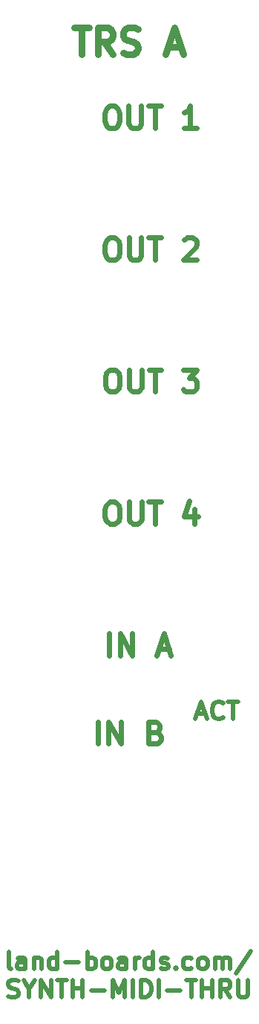
<source format=gto>
%TF.GenerationSoftware,KiCad,Pcbnew,(6.0.1)*%
%TF.CreationDate,2022-10-16T16:46:51-04:00*%
%TF.ProjectId,SYNTH-MIDI-THRU_PANEL,53594e54-482d-44d4-9944-492d54485255,1*%
%TF.SameCoordinates,Original*%
%TF.FileFunction,Legend,Top*%
%TF.FilePolarity,Positive*%
%FSLAX46Y46*%
G04 Gerber Fmt 4.6, Leading zero omitted, Abs format (unit mm)*
G04 Created by KiCad (PCBNEW (6.0.1)) date 2022-10-16 16:46:51*
%MOMM*%
%LPD*%
G01*
G04 APERTURE LIST*
%ADD10C,0.750000*%
%ADD11C,0.500000*%
%ADD12C,0.625000*%
%ADD13C,0.150000*%
G04 APERTURE END LIST*
D10*
X42235714Y1642857D02*
X43950000Y1642857D01*
X43092857Y-1357142D02*
X43092857Y1642857D01*
X46664285Y-1357142D02*
X45664285Y71428D01*
X44950000Y-1357142D02*
X44950000Y1642857D01*
X46092857Y1642857D01*
X46378571Y1500000D01*
X46521428Y1357142D01*
X46664285Y1071428D01*
X46664285Y642857D01*
X46521428Y357142D01*
X46378571Y214285D01*
X46092857Y71428D01*
X44950000Y71428D01*
X47807142Y-1214285D02*
X48235714Y-1357142D01*
X48950000Y-1357142D01*
X49235714Y-1214285D01*
X49378571Y-1071428D01*
X49521428Y-785714D01*
X49521428Y-500000D01*
X49378571Y-214285D01*
X49235714Y-71428D01*
X48950000Y71428D01*
X48378571Y214285D01*
X48092857Y357142D01*
X47950000Y500000D01*
X47807142Y785714D01*
X47807142Y1071428D01*
X47950000Y1357142D01*
X48092857Y1500000D01*
X48378571Y1642857D01*
X49092857Y1642857D01*
X49521428Y1500000D01*
X52950000Y-500000D02*
X54378571Y-500000D01*
X52664285Y-1357142D02*
X53664285Y1642857D01*
X54664285Y-1357142D01*
D11*
X56271904Y-76423333D02*
X57224285Y-76423333D01*
X56081428Y-76994761D02*
X56748095Y-74994761D01*
X57414761Y-76994761D01*
X59224285Y-76804285D02*
X59129047Y-76899523D01*
X58843333Y-76994761D01*
X58652857Y-76994761D01*
X58367142Y-76899523D01*
X58176666Y-76709047D01*
X58081428Y-76518571D01*
X57986190Y-76137619D01*
X57986190Y-75851904D01*
X58081428Y-75470952D01*
X58176666Y-75280476D01*
X58367142Y-75090000D01*
X58652857Y-74994761D01*
X58843333Y-74994761D01*
X59129047Y-75090000D01*
X59224285Y-75185238D01*
X59795714Y-74994761D02*
X60938571Y-74994761D01*
X60367142Y-76994761D02*
X60367142Y-74994761D01*
D12*
X46357142Y-37240952D02*
X46833333Y-37240952D01*
X47071428Y-37360000D01*
X47309523Y-37598095D01*
X47428571Y-38074285D01*
X47428571Y-38907619D01*
X47309523Y-39383809D01*
X47071428Y-39621904D01*
X46833333Y-39740952D01*
X46357142Y-39740952D01*
X46119047Y-39621904D01*
X45880952Y-39383809D01*
X45761904Y-38907619D01*
X45761904Y-38074285D01*
X45880952Y-37598095D01*
X46119047Y-37360000D01*
X46357142Y-37240952D01*
X48500000Y-37240952D02*
X48500000Y-39264761D01*
X48619047Y-39502857D01*
X48738095Y-39621904D01*
X48976190Y-39740952D01*
X49452380Y-39740952D01*
X49690476Y-39621904D01*
X49809523Y-39502857D01*
X49928571Y-39264761D01*
X49928571Y-37240952D01*
X50761904Y-37240952D02*
X52190476Y-37240952D01*
X51476190Y-39740952D02*
X51476190Y-37240952D01*
X54690476Y-37240952D02*
X56238095Y-37240952D01*
X55404761Y-38193333D01*
X55761904Y-38193333D01*
X56000000Y-38312380D01*
X56119047Y-38431428D01*
X56238095Y-38669523D01*
X56238095Y-39264761D01*
X56119047Y-39502857D01*
X56000000Y-39621904D01*
X55761904Y-39740952D01*
X55047619Y-39740952D01*
X54809523Y-39621904D01*
X54690476Y-39502857D01*
X46266666Y-69740952D02*
X46266666Y-67240952D01*
X47457142Y-69740952D02*
X47457142Y-67240952D01*
X48885714Y-69740952D01*
X48885714Y-67240952D01*
X51861904Y-69026666D02*
X53052380Y-69026666D01*
X51623809Y-69740952D02*
X52457142Y-67240952D01*
X53290476Y-69740952D01*
X46347142Y-52280952D02*
X46823333Y-52280952D01*
X47061428Y-52400000D01*
X47299523Y-52638095D01*
X47418571Y-53114285D01*
X47418571Y-53947619D01*
X47299523Y-54423809D01*
X47061428Y-54661904D01*
X46823333Y-54780952D01*
X46347142Y-54780952D01*
X46109047Y-54661904D01*
X45870952Y-54423809D01*
X45751904Y-53947619D01*
X45751904Y-53114285D01*
X45870952Y-52638095D01*
X46109047Y-52400000D01*
X46347142Y-52280952D01*
X48490000Y-52280952D02*
X48490000Y-54304761D01*
X48609047Y-54542857D01*
X48728095Y-54661904D01*
X48966190Y-54780952D01*
X49442380Y-54780952D01*
X49680476Y-54661904D01*
X49799523Y-54542857D01*
X49918571Y-54304761D01*
X49918571Y-52280952D01*
X50751904Y-52280952D02*
X52180476Y-52280952D01*
X51466190Y-54780952D02*
X51466190Y-52280952D01*
X55990000Y-53114285D02*
X55990000Y-54780952D01*
X55394761Y-52161904D02*
X54799523Y-53947619D01*
X56347142Y-53947619D01*
X44978095Y-79800952D02*
X44978095Y-77300952D01*
X46168571Y-79800952D02*
X46168571Y-77300952D01*
X47597142Y-79800952D01*
X47597142Y-77300952D01*
X51525714Y-78491428D02*
X51882857Y-78610476D01*
X52001904Y-78729523D01*
X52120952Y-78967619D01*
X52120952Y-79324761D01*
X52001904Y-79562857D01*
X51882857Y-79681904D01*
X51644761Y-79800952D01*
X50692380Y-79800952D01*
X50692380Y-77300952D01*
X51525714Y-77300952D01*
X51763809Y-77420000D01*
X51882857Y-77539047D01*
X52001904Y-77777142D01*
X52001904Y-78015238D01*
X51882857Y-78253333D01*
X51763809Y-78372380D01*
X51525714Y-78491428D01*
X50692380Y-78491428D01*
D11*
X35069047Y-105444761D02*
X34878571Y-105349523D01*
X34783333Y-105159047D01*
X34783333Y-103444761D01*
X36688095Y-105444761D02*
X36688095Y-104397142D01*
X36592857Y-104206666D01*
X36402380Y-104111428D01*
X36021428Y-104111428D01*
X35830952Y-104206666D01*
X36688095Y-105349523D02*
X36497619Y-105444761D01*
X36021428Y-105444761D01*
X35830952Y-105349523D01*
X35735714Y-105159047D01*
X35735714Y-104968571D01*
X35830952Y-104778095D01*
X36021428Y-104682857D01*
X36497619Y-104682857D01*
X36688095Y-104587619D01*
X37640476Y-104111428D02*
X37640476Y-105444761D01*
X37640476Y-104301904D02*
X37735714Y-104206666D01*
X37926190Y-104111428D01*
X38211904Y-104111428D01*
X38402380Y-104206666D01*
X38497619Y-104397142D01*
X38497619Y-105444761D01*
X40307142Y-105444761D02*
X40307142Y-103444761D01*
X40307142Y-105349523D02*
X40116666Y-105444761D01*
X39735714Y-105444761D01*
X39545238Y-105349523D01*
X39449999Y-105254285D01*
X39354761Y-105063809D01*
X39354761Y-104492380D01*
X39449999Y-104301904D01*
X39545238Y-104206666D01*
X39735714Y-104111428D01*
X40116666Y-104111428D01*
X40307142Y-104206666D01*
X41259523Y-104682857D02*
X42783333Y-104682857D01*
X43735714Y-105444761D02*
X43735714Y-103444761D01*
X43735714Y-104206666D02*
X43926190Y-104111428D01*
X44307142Y-104111428D01*
X44497619Y-104206666D01*
X44592857Y-104301904D01*
X44688095Y-104492380D01*
X44688095Y-105063809D01*
X44592857Y-105254285D01*
X44497619Y-105349523D01*
X44307142Y-105444761D01*
X43926190Y-105444761D01*
X43735714Y-105349523D01*
X45830952Y-105444761D02*
X45640476Y-105349523D01*
X45545238Y-105254285D01*
X45449999Y-105063809D01*
X45449999Y-104492380D01*
X45545238Y-104301904D01*
X45640476Y-104206666D01*
X45830952Y-104111428D01*
X46116666Y-104111428D01*
X46307142Y-104206666D01*
X46402380Y-104301904D01*
X46497619Y-104492380D01*
X46497619Y-105063809D01*
X46402380Y-105254285D01*
X46307142Y-105349523D01*
X46116666Y-105444761D01*
X45830952Y-105444761D01*
X48211904Y-105444761D02*
X48211904Y-104397142D01*
X48116666Y-104206666D01*
X47926190Y-104111428D01*
X47545238Y-104111428D01*
X47354761Y-104206666D01*
X48211904Y-105349523D02*
X48021428Y-105444761D01*
X47545238Y-105444761D01*
X47354761Y-105349523D01*
X47259523Y-105159047D01*
X47259523Y-104968571D01*
X47354761Y-104778095D01*
X47545238Y-104682857D01*
X48021428Y-104682857D01*
X48211904Y-104587619D01*
X49164285Y-105444761D02*
X49164285Y-104111428D01*
X49164285Y-104492380D02*
X49259523Y-104301904D01*
X49354761Y-104206666D01*
X49545238Y-104111428D01*
X49735714Y-104111428D01*
X51259523Y-105444761D02*
X51259523Y-103444761D01*
X51259523Y-105349523D02*
X51069047Y-105444761D01*
X50688095Y-105444761D01*
X50497619Y-105349523D01*
X50402380Y-105254285D01*
X50307142Y-105063809D01*
X50307142Y-104492380D01*
X50402380Y-104301904D01*
X50497619Y-104206666D01*
X50688095Y-104111428D01*
X51069047Y-104111428D01*
X51259523Y-104206666D01*
X52116666Y-105349523D02*
X52307142Y-105444761D01*
X52688095Y-105444761D01*
X52878571Y-105349523D01*
X52973809Y-105159047D01*
X52973809Y-105063809D01*
X52878571Y-104873333D01*
X52688095Y-104778095D01*
X52402380Y-104778095D01*
X52211904Y-104682857D01*
X52116666Y-104492380D01*
X52116666Y-104397142D01*
X52211904Y-104206666D01*
X52402380Y-104111428D01*
X52688095Y-104111428D01*
X52878571Y-104206666D01*
X53830952Y-105254285D02*
X53926190Y-105349523D01*
X53830952Y-105444761D01*
X53735714Y-105349523D01*
X53830952Y-105254285D01*
X53830952Y-105444761D01*
X55640476Y-105349523D02*
X55449999Y-105444761D01*
X55069047Y-105444761D01*
X54878571Y-105349523D01*
X54783333Y-105254285D01*
X54688095Y-105063809D01*
X54688095Y-104492380D01*
X54783333Y-104301904D01*
X54878571Y-104206666D01*
X55069047Y-104111428D01*
X55449999Y-104111428D01*
X55640476Y-104206666D01*
X56783333Y-105444761D02*
X56592857Y-105349523D01*
X56497619Y-105254285D01*
X56402380Y-105063809D01*
X56402380Y-104492380D01*
X56497619Y-104301904D01*
X56592857Y-104206666D01*
X56783333Y-104111428D01*
X57069047Y-104111428D01*
X57259523Y-104206666D01*
X57354761Y-104301904D01*
X57449999Y-104492380D01*
X57449999Y-105063809D01*
X57354761Y-105254285D01*
X57259523Y-105349523D01*
X57069047Y-105444761D01*
X56783333Y-105444761D01*
X58307142Y-105444761D02*
X58307142Y-104111428D01*
X58307142Y-104301904D02*
X58402380Y-104206666D01*
X58592857Y-104111428D01*
X58878571Y-104111428D01*
X59069047Y-104206666D01*
X59164285Y-104397142D01*
X59164285Y-105444761D01*
X59164285Y-104397142D02*
X59259523Y-104206666D01*
X59449999Y-104111428D01*
X59735714Y-104111428D01*
X59926190Y-104206666D01*
X60021428Y-104397142D01*
X60021428Y-105444761D01*
X62402380Y-103349523D02*
X60688095Y-105920952D01*
X34735714Y-108569523D02*
X35021428Y-108664761D01*
X35497619Y-108664761D01*
X35688095Y-108569523D01*
X35783333Y-108474285D01*
X35878571Y-108283809D01*
X35878571Y-108093333D01*
X35783333Y-107902857D01*
X35688095Y-107807619D01*
X35497619Y-107712380D01*
X35116666Y-107617142D01*
X34926190Y-107521904D01*
X34830952Y-107426666D01*
X34735714Y-107236190D01*
X34735714Y-107045714D01*
X34830952Y-106855238D01*
X34926190Y-106760000D01*
X35116666Y-106664761D01*
X35592857Y-106664761D01*
X35878571Y-106760000D01*
X37116666Y-107712380D02*
X37116666Y-108664761D01*
X36450000Y-106664761D02*
X37116666Y-107712380D01*
X37783333Y-106664761D01*
X38450000Y-108664761D02*
X38450000Y-106664761D01*
X39592857Y-108664761D01*
X39592857Y-106664761D01*
X40259523Y-106664761D02*
X41402380Y-106664761D01*
X40830952Y-108664761D02*
X40830952Y-106664761D01*
X42069047Y-108664761D02*
X42069047Y-106664761D01*
X42069047Y-107617142D02*
X43211904Y-107617142D01*
X43211904Y-108664761D02*
X43211904Y-106664761D01*
X44164285Y-107902857D02*
X45688095Y-107902857D01*
X46640476Y-108664761D02*
X46640476Y-106664761D01*
X47307142Y-108093333D01*
X47973809Y-106664761D01*
X47973809Y-108664761D01*
X48926190Y-108664761D02*
X48926190Y-106664761D01*
X49878571Y-108664761D02*
X49878571Y-106664761D01*
X50354761Y-106664761D01*
X50640476Y-106760000D01*
X50830952Y-106950476D01*
X50926190Y-107140952D01*
X51021428Y-107521904D01*
X51021428Y-107807619D01*
X50926190Y-108188571D01*
X50830952Y-108379047D01*
X50640476Y-108569523D01*
X50354761Y-108664761D01*
X49878571Y-108664761D01*
X51878571Y-108664761D02*
X51878571Y-106664761D01*
X52830952Y-107902857D02*
X54354761Y-107902857D01*
X55021428Y-106664761D02*
X56164285Y-106664761D01*
X55592857Y-108664761D02*
X55592857Y-106664761D01*
X56830952Y-108664761D02*
X56830952Y-106664761D01*
X56830952Y-107617142D02*
X57973809Y-107617142D01*
X57973809Y-108664761D02*
X57973809Y-106664761D01*
X60069047Y-108664761D02*
X59402380Y-107712380D01*
X58926190Y-108664761D02*
X58926190Y-106664761D01*
X59688095Y-106664761D01*
X59878571Y-106760000D01*
X59973809Y-106855238D01*
X60069047Y-107045714D01*
X60069047Y-107331428D01*
X59973809Y-107521904D01*
X59878571Y-107617142D01*
X59688095Y-107712380D01*
X58926190Y-107712380D01*
X60926190Y-106664761D02*
X60926190Y-108283809D01*
X61021428Y-108474285D01*
X61116666Y-108569523D01*
X61307142Y-108664761D01*
X61688095Y-108664761D01*
X61878571Y-108569523D01*
X61973809Y-108474285D01*
X62069047Y-108283809D01*
X62069047Y-106664761D01*
D12*
X46327142Y-7250952D02*
X46803333Y-7250952D01*
X47041428Y-7370000D01*
X47279523Y-7608095D01*
X47398571Y-8084285D01*
X47398571Y-8917619D01*
X47279523Y-9393809D01*
X47041428Y-9631904D01*
X46803333Y-9750952D01*
X46327142Y-9750952D01*
X46089047Y-9631904D01*
X45850952Y-9393809D01*
X45731904Y-8917619D01*
X45731904Y-8084285D01*
X45850952Y-7608095D01*
X46089047Y-7370000D01*
X46327142Y-7250952D01*
X48470000Y-7250952D02*
X48470000Y-9274761D01*
X48589047Y-9512857D01*
X48708095Y-9631904D01*
X48946190Y-9750952D01*
X49422380Y-9750952D01*
X49660476Y-9631904D01*
X49779523Y-9512857D01*
X49898571Y-9274761D01*
X49898571Y-7250952D01*
X50731904Y-7250952D02*
X52160476Y-7250952D01*
X51446190Y-9750952D02*
X51446190Y-7250952D01*
X56208095Y-9750952D02*
X54779523Y-9750952D01*
X55493809Y-9750952D02*
X55493809Y-7250952D01*
X55255714Y-7608095D01*
X55017619Y-7846190D01*
X54779523Y-7965238D01*
X46337142Y-22230952D02*
X46813333Y-22230952D01*
X47051428Y-22350000D01*
X47289523Y-22588095D01*
X47408571Y-23064285D01*
X47408571Y-23897619D01*
X47289523Y-24373809D01*
X47051428Y-24611904D01*
X46813333Y-24730952D01*
X46337142Y-24730952D01*
X46099047Y-24611904D01*
X45860952Y-24373809D01*
X45741904Y-23897619D01*
X45741904Y-23064285D01*
X45860952Y-22588095D01*
X46099047Y-22350000D01*
X46337142Y-22230952D01*
X48480000Y-22230952D02*
X48480000Y-24254761D01*
X48599047Y-24492857D01*
X48718095Y-24611904D01*
X48956190Y-24730952D01*
X49432380Y-24730952D01*
X49670476Y-24611904D01*
X49789523Y-24492857D01*
X49908571Y-24254761D01*
X49908571Y-22230952D01*
X50741904Y-22230952D02*
X52170476Y-22230952D01*
X51456190Y-24730952D02*
X51456190Y-22230952D01*
X54789523Y-22469047D02*
X54908571Y-22350000D01*
X55146666Y-22230952D01*
X55741904Y-22230952D01*
X55980000Y-22350000D01*
X56099047Y-22469047D01*
X56218095Y-22707142D01*
X56218095Y-22945238D01*
X56099047Y-23302380D01*
X54670476Y-24730952D01*
X56218095Y-24730952D01*
D13*
%TO.C,*%
%TD*%
M02*

</source>
